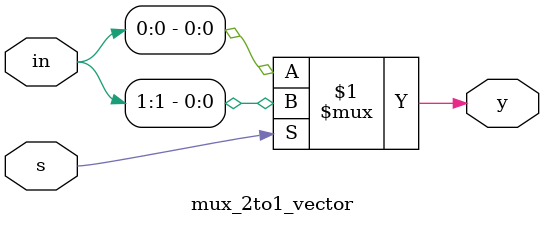
<source format=v>
module mux_2to1_vector (
	input [1:0] in,
	output y,
	input s);

assign y= s?in[1]:in[0];

endmodule

</source>
